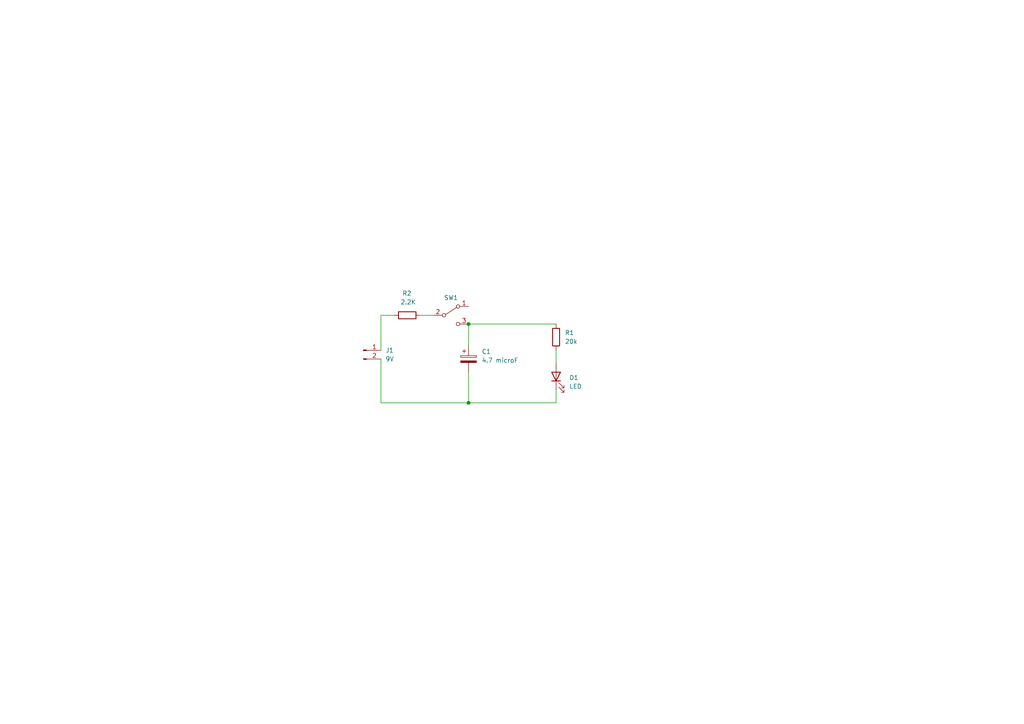
<source format=kicad_sch>
(kicad_sch (version 20211123) (generator eeschema)
  (paper "A4")
  (title_block (title "LED Switch") (date "2023-01-27") (rev "R1"))
  (lib_symbols
    (symbol "Connector:Conn_01x02_Male" (pin_names (offset 1.016) hide)
      (property "Reference" "J" (at 0 2.54 0))
      (property "Value" "Conn_01x02_Male" (at 0 -5.08 0))
      (symbol "Conn_01x02_Male_1_1"
        (polyline (pts (xy 1.27 -2.54) (xy 0.8636 -2.54)) (stroke (width 0.1524)))
        (polyline (pts (xy 1.27 0) (xy 0.8636 0)) (stroke (width 0.1524)))
        (rectangle (start 0.8636 -2.413) (end 0 -2.667) (stroke (width 0.1524)) (fill (type outline)))
        (rectangle (start 0.8636 0.127) (end 0 -0.127) (stroke (width 0.1524)) (fill (type outline)))
        (pin passive line (at 5.08 0 180) (length 3.81) (name "Pin_1") (number "1"))
        (pin passive line (at 5.08 -2.54 180) (length 3.81) (name "Pin_2") (number "2"))
      )
    )
    (symbol "Device:C_Polarized" (pin_numbers hide) (pin_names (offset 0.254))
      (property "Reference" "C" (at 0.635 2.54 0))
      (property "Value" "C_Polarized" (at 0.635 -2.54 0))
      (symbol "C_Polarized_0_1"
        (rectangle (start -2.286 0.508) (end 2.286 1.016))
        (polyline (pts (xy -1.778 2.286) (xy -0.762 2.286)))
        (polyline (pts (xy -1.27 2.794) (xy -1.27 1.778)))
        (rectangle (start 2.286 -0.508) (end -2.286 -1.016) (fill (type outline)))
      )
      (symbol "C_Polarized_1_1"
        (pin passive line (at 0 3.81 270) (length 2.794) (name "~") (number "1"))
        (pin passive line (at 0 -3.81 90) (length 2.794) (name "~") (number "2"))
      )
    )
    (symbol "Device:LED" (pin_numbers hide) (pin_names (offset 1.016) hide)
      (property "Reference" "D" (at 0 2.54 0))
      (property "Value" "LED" (at 0 -2.54 0))
      (symbol "LED_0_1"
        (polyline (pts (xy -1.27 -1.27) (xy -1.27 1.27)) (stroke (width 0.254)))
        (polyline (pts (xy -1.27 0) (xy 1.27 0)))
        (polyline (pts (xy 1.27 -1.27) (xy 1.27 1.27) (xy -1.27 0) (xy 1.27 -1.27)) (stroke (width 0.254)))
        (polyline (pts (xy -3.048 -0.762) (xy -4.572 -2.286) (xy -3.81 -2.286) (xy -4.572 -2.286) (xy -4.572 -1.524)))
        (polyline (pts (xy -1.778 -0.762) (xy -3.302 -2.286) (xy -2.54 -2.286) (xy -3.302 -2.286) (xy -3.302 -1.524)))
      )
      (symbol "LED_1_1"
        (pin passive line (at -3.81 0 0) (length 2.54) (name "K") (number "1"))
        (pin passive line (at 3.81 0 180) (length 2.54) (name "A") (number "2"))
      )
    )
    (symbol "Device:R" (pin_numbers hide) (pin_names (offset 0))
      (property "Reference" "R" (at 2.032 0 90))
      (property "Value" "R" (at 0 0 90))
      (symbol "R_0_1"
        (rectangle (start -1.016 -2.54) (end 1.016 2.54) (stroke (width 0.254)))
      )
      (symbol "R_1_1"
        (pin passive line (at 0 3.81 270) (length 1.27) (name "~") (number "1"))
        (pin passive line (at 0 -3.81 90) (length 1.27) (name "~") (number "2"))
      )
    )
    (symbol "Switch:SW_SPDT" (pin_names (offset 0) hide)
      (property "Reference" "SW" (at 0 4.318 0))
      (property "Value" "SW_SPDT" (at 0 -5.08 0))
      (symbol "SW_SPDT_0_0"
        (circle (center -2.032 0) (radius 0.508))
        (circle (center 2.032 -2.54) (radius 0.508))
      )
      (symbol "SW_SPDT_0_1"
        (polyline (pts (xy -1.524 0.254) (xy 1.651 2.286)))
        (circle (center 2.032 2.54) (radius 0.508))
      )
      (symbol "SW_SPDT_1_1"
        (pin passive line (at 5.08 2.54 180) (length 2.54) (name "A") (number "1"))
        (pin passive line (at -5.08 0 0) (length 2.54) (name "B") (number "2"))
        (pin passive line (at 5.08 -2.54 180) (length 2.54) (name "C") (number "3"))
      )
    )
  )
  (junction (at 135.89 93.98))
  (junction (at 135.89 116.84))
  (wire (pts (xy 110.49 116.84) (xy 135.89 116.84)))
  (wire (pts (xy 161.29 101.6) (xy 161.29 105.41)))
  (wire (pts (xy 135.89 93.98) (xy 161.29 93.98)))
  (wire (pts (xy 110.49 104.14) (xy 110.49 116.84)))
  (wire (pts (xy 110.49 91.44) (xy 114.3 91.44)))
  (wire (pts (xy 110.49 101.6) (xy 110.49 91.44)))
  (wire (pts (xy 161.29 113.03) (xy 161.29 116.84)))
  (wire (pts (xy 135.89 107.95) (xy 135.89 116.84)))
  (wire (pts (xy 135.89 93.98) (xy 135.89 100.33)))
  (wire (pts (xy 121.92 91.44) (xy 125.73 91.44)))
  (wire (pts (xy 135.89 116.84) (xy 161.29 116.84)))
  (symbol (lib_id "Device:C_Polarized") (at 135.89 104.14 0) (unit 1)
    (property "Reference" "C1" (at 139.7 101.9809 0) (effects (justify left)))
    (property "Value" "4.7 microF" (at 139.7 104.5209 0) (effects (justify left)))
    (property "Footprint" "Capacitor_THT:C_Radial_D5.0mm_H5.0mm_P2.00mm" (effects hide))
  )
  (symbol (lib_id "Device:LED") (at 161.29 109.22 90) (unit 1)
    (property "Reference" "D1" (at 165.1 109.5374 90) (effects (justify right)))
    (property "Value" "LED" (at 165.1 112.0774 90) (effects (justify right)))
    (property "Footprint" "LED_THT:LED_D5.0mm" (effects hide))
  )
  (symbol (lib_id "Switch:SW_SPDT") (at 130.81 91.44 0) (unit 1)
    (property "Reference" "SW1" (at 130.81 86.36 0))
    (property "Value" "SW_SPDT" (effects hide))
    (property "Footprint" "Button_Switch_THT:SW_E-Switch_EG1224_SPDT_Angled" (effects hide))
  )
  (symbol (lib_id "Device:R") (at 161.29 97.79 0) (unit 1)
    (property "Reference" "R1" (at 163.83 96.5199 0) (effects (justify left)))
    (property "Value" "20k" (at 163.83 99.0599 0) (effects (justify left)))
    (property "Footprint" "Resistor_THT:R_Axial_DIN0516_L15.5mm_D5.0mm_P20.32mm_Horizontal" (effects hide))
  )
  (symbol (lib_id "Device:R") (at 118.11 91.44 90) (unit 1)
    (property "Reference" "R2" (at 119.38 85.09 90) (effects (justify left)))
    (property "Value" "2.2K" (at 120.65 87.63 90) (effects (justify left)))
    (property "Footprint" "Resistor_THT:R_Axial_DIN0516_L15.5mm_D5.0mm_P20.32mm_Horizontal" (effects hide))
  )
  (symbol (lib_id "Connector:Conn_01x02_Male") (at 105.41 101.6 0) (unit 1)
    (property "Reference" "J1" (at 113.03 101.6 0))
    (property "Value" "9V" (at 113.03 104.14 0))
    (property "Footprint" "Connector_JST:JST_PH_B2B-PH-K_1x02_P2.00mm_Vertical" (effects hide))
  )
)
</source>
